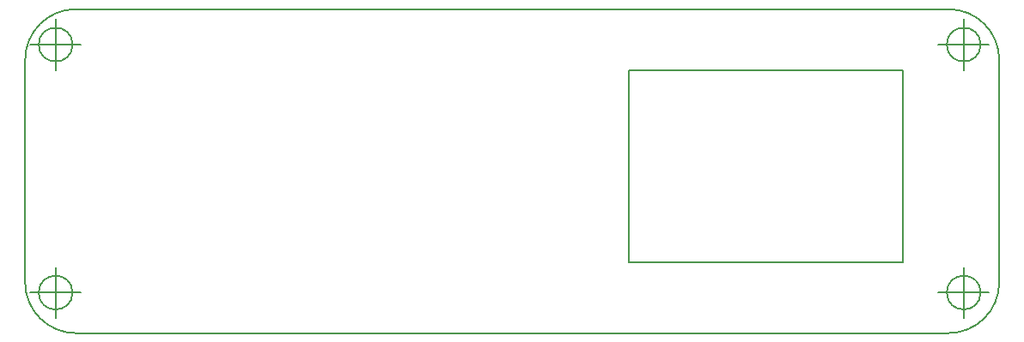
<source format=gbr>
G04 #@! TF.GenerationSoftware,KiCad,Pcbnew,(5.0.1-3-g963ef8bb5)*
G04 #@! TF.CreationDate,2019-07-07T12:57:12+09:00*
G04 #@! TF.ProjectId,Edge Light Tree,45646765204C6967687420547265652E,rev?*
G04 #@! TF.SameCoordinates,Original*
G04 #@! TF.FileFunction,Profile,NP*
%FSLAX46Y46*%
G04 Gerber Fmt 4.6, Leading zero omitted, Abs format (unit mm)*
G04 Created by KiCad (PCBNEW (5.0.1-3-g963ef8bb5)) date 2019 July 07, Sunday 12:57:12*
%MOMM*%
%LPD*%
G01*
G04 APERTURE LIST*
%ADD10C,0.150000*%
%ADD11C,0.200000*%
G04 APERTURE END LIST*
D10*
X198000000Y-80000000D02*
X171000000Y-80000000D01*
X198000000Y-99000000D02*
X198000000Y-80000000D01*
X171000000Y-99000000D02*
X198000000Y-99000000D01*
X171000000Y-80000000D02*
X171000000Y-99000000D01*
X116166666Y-77500000D02*
G75*
G03X116166666Y-77500000I-1666666J0D01*
G01*
X112000000Y-77500000D02*
X117000000Y-77500000D01*
X114500000Y-75000000D02*
X114500000Y-80000000D01*
X116166666Y-102000000D02*
G75*
G03X116166666Y-102000000I-1666666J0D01*
G01*
X112000000Y-102000000D02*
X117000000Y-102000000D01*
X114500000Y-99500000D02*
X114500000Y-104500000D01*
X205666666Y-102000000D02*
G75*
G03X205666666Y-102000000I-1666666J0D01*
G01*
X201500000Y-102000000D02*
X206500000Y-102000000D01*
X204000000Y-99500000D02*
X204000000Y-104500000D01*
X205666666Y-77500000D02*
G75*
G03X205666666Y-77500000I-1666666J0D01*
G01*
X201500000Y-77500000D02*
X206500000Y-77500000D01*
X204000000Y-75000000D02*
X204000000Y-80000000D01*
X116500000Y-106000000D02*
X202500000Y-106000000D01*
X207500000Y-101000000D02*
G75*
G02X202500000Y-106000000I-5000000J0D01*
G01*
X207500000Y-79000000D02*
X207500000Y-101000000D01*
X111500000Y-79000000D02*
X111500000Y-101000000D01*
X116500000Y-106000000D02*
G75*
G02X111500000Y-101000000I0J5000000D01*
G01*
X116500000Y-74000000D02*
X119000000Y-74000000D01*
X111500000Y-79000000D02*
G75*
G02X116500000Y-74000000I5000000J0D01*
G01*
X202000000Y-74000000D02*
X202500000Y-74000000D01*
X202500000Y-74000000D02*
G75*
G02X207500000Y-79000000I0J-5000000D01*
G01*
X201000000Y-74000000D02*
X202000000Y-74000000D01*
D11*
X119000000Y-74000000D02*
X201000000Y-74000000D01*
M02*

</source>
